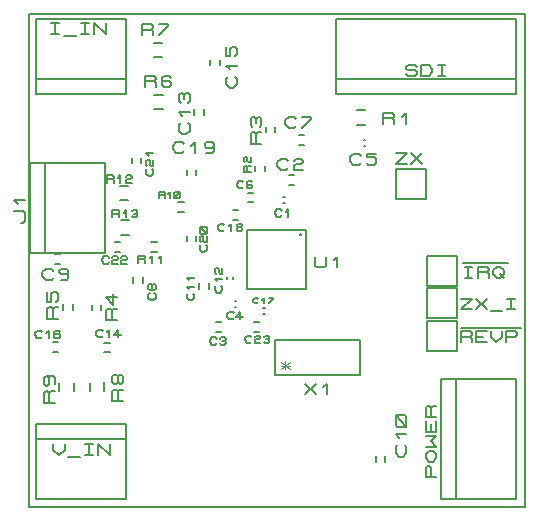
<source format=gto>
G04 PROTEUS RS274X GERBER FILE*
%FSLAX45Y45*%
%MOMM*%
G01*
%ADD11C,0.203200*%
%ADD27C,0.025400*%
%TD.AperFunction*%
D11*
X+241980Y-853580D02*
X+961980Y-853580D01*
X+961980Y-553580D01*
X+241980Y-553580D01*
X+241980Y-853580D01*
D27*
X+371980Y-803580D02*
X+291980Y-743580D01*
X+371980Y-743580D02*
X+291980Y-803580D01*
X+331980Y-803580D02*
X+331980Y-733580D01*
X+371980Y-773580D02*
X+291980Y-773580D01*
D11*
X+494980Y-924220D02*
X+590230Y-1015660D01*
X+494980Y-1015660D02*
X+590230Y-924220D01*
X+653730Y-954700D02*
X+685480Y-924220D01*
X+685480Y-1015660D01*
X+462922Y+340180D02*
X+462908Y+340524D01*
X+462791Y+341213D01*
X+462547Y+341902D01*
X+462148Y+342591D01*
X+461538Y+343270D01*
X+460849Y+343768D01*
X+460160Y+344085D01*
X+459471Y+344264D01*
X+458782Y+344322D01*
X+458780Y+344322D01*
X+454638Y+340180D02*
X+454652Y+340524D01*
X+454769Y+341213D01*
X+455013Y+341902D01*
X+455412Y+342591D01*
X+456022Y+343270D01*
X+456711Y+343768D01*
X+457400Y+344085D01*
X+458089Y+344264D01*
X+458778Y+344322D01*
X+458780Y+344322D01*
X+454638Y+340180D02*
X+454652Y+339836D01*
X+454769Y+339147D01*
X+455013Y+338458D01*
X+455412Y+337769D01*
X+456022Y+337090D01*
X+456711Y+336592D01*
X+457400Y+336275D01*
X+458089Y+336096D01*
X+458778Y+336038D01*
X+458780Y+336038D01*
X+462922Y+340180D02*
X+462908Y+339836D01*
X+462791Y+339147D01*
X+462547Y+338458D01*
X+462148Y+337769D01*
X+461538Y+337090D01*
X+460849Y+336592D01*
X+460160Y+336275D01*
X+459471Y+336096D01*
X+458782Y+336038D01*
X+458780Y+336038D01*
X+8780Y-119820D02*
X+508780Y-119820D01*
X+508780Y+380180D01*
X+8780Y+380180D01*
X+8780Y-119820D01*
X+581360Y+151580D02*
X+581360Y+75380D01*
X+597235Y+60140D01*
X+660735Y+60140D01*
X+676610Y+75380D01*
X+676610Y+151580D01*
X+740110Y+121100D02*
X+771860Y+151580D01*
X+771860Y+60140D01*
X+326740Y+601420D02*
X+314040Y+601420D01*
X+326740Y+652220D02*
X+314040Y+652220D01*
X+298770Y+500620D02*
X+289245Y+490460D01*
X+260670Y+490460D01*
X+241620Y+510780D01*
X+241620Y+531100D01*
X+260670Y+551420D01*
X+289245Y+551420D01*
X+298770Y+541260D01*
X+336870Y+531100D02*
X+355920Y+551420D01*
X+355920Y+490460D01*
X-1839040Y-1971900D02*
X+2360960Y-1971900D01*
X+2360960Y+2208100D01*
X-1839040Y+2208100D01*
X-1839040Y-1971900D01*
X-1778000Y-1905000D02*
X-1016000Y-1905000D01*
X-1016000Y-1270000D01*
X-1778000Y-1270000D01*
X-1778000Y-1905000D01*
X-1778000Y-1397000D02*
X-1016000Y-1397000D01*
X-1633220Y-1437640D02*
X-1633220Y-1483360D01*
X-1585595Y-1529080D01*
X-1537970Y-1483360D01*
X-1537970Y-1437640D01*
X-1506220Y-1544320D02*
X-1410970Y-1544320D01*
X-1363345Y-1437640D02*
X-1299845Y-1437640D01*
X-1331595Y-1437640D02*
X-1331595Y-1529080D01*
X-1363345Y-1529080D02*
X-1299845Y-1529080D01*
X-1252220Y-1529080D02*
X-1252220Y-1437640D01*
X-1156970Y-1529080D01*
X-1156970Y-1437640D01*
X+1651000Y-1905000D02*
X+2286000Y-1905000D01*
X+2286000Y-889000D01*
X+1651000Y-889000D01*
X+1651000Y-1905000D01*
X+1778000Y-1905000D02*
X+1778000Y-889000D01*
X+1610360Y-1714500D02*
X+1518920Y-1714500D01*
X+1518920Y-1635125D01*
X+1534160Y-1619250D01*
X+1549400Y-1619250D01*
X+1564640Y-1635125D01*
X+1564640Y-1714500D01*
X+1549400Y-1587500D02*
X+1518920Y-1555750D01*
X+1518920Y-1524000D01*
X+1549400Y-1492250D01*
X+1579880Y-1492250D01*
X+1610360Y-1524000D01*
X+1610360Y-1555750D01*
X+1579880Y-1587500D01*
X+1549400Y-1587500D01*
X+1518920Y-1460500D02*
X+1610360Y-1460500D01*
X+1564640Y-1412875D01*
X+1610360Y-1365250D01*
X+1518920Y-1365250D01*
X+1610360Y-1238250D02*
X+1610360Y-1333500D01*
X+1518920Y-1333500D01*
X+1518920Y-1238250D01*
X+1564640Y-1333500D02*
X+1564640Y-1270000D01*
X+1610360Y-1206500D02*
X+1518920Y-1206500D01*
X+1518920Y-1127125D01*
X+1534160Y-1111250D01*
X+1549400Y-1111250D01*
X+1564640Y-1127125D01*
X+1564640Y-1206500D01*
X+1564640Y-1127125D02*
X+1579880Y-1111250D01*
X+1610360Y-1111250D01*
X+762000Y+1524000D02*
X+2286000Y+1524000D01*
X+2286000Y+2159000D01*
X+762000Y+2159000D01*
X+762000Y+1524000D01*
X+2286000Y+1651000D02*
X+762000Y+1651000D01*
X+1353500Y+1697160D02*
X+1369375Y+1681920D01*
X+1432875Y+1681920D01*
X+1448750Y+1697160D01*
X+1448750Y+1712400D01*
X+1432875Y+1727640D01*
X+1369375Y+1727640D01*
X+1353500Y+1742880D01*
X+1353500Y+1758120D01*
X+1369375Y+1773360D01*
X+1432875Y+1773360D01*
X+1448750Y+1758120D01*
X+1480500Y+1681920D02*
X+1480500Y+1773360D01*
X+1544000Y+1773360D01*
X+1575750Y+1742880D01*
X+1575750Y+1712400D01*
X+1544000Y+1681920D01*
X+1480500Y+1681920D01*
X+1623375Y+1773360D02*
X+1686875Y+1773360D01*
X+1655125Y+1773360D02*
X+1655125Y+1681920D01*
X+1623375Y+1681920D02*
X+1686875Y+1681920D01*
X-1778000Y+1524000D02*
X-1016000Y+1524000D01*
X-1016000Y+2159000D01*
X-1778000Y+2159000D01*
X-1778000Y+1524000D01*
X-1016000Y+1651000D02*
X-1778000Y+1651000D01*
X-1650365Y+2125980D02*
X-1586865Y+2125980D01*
X-1618615Y+2125980D02*
X-1618615Y+2034540D01*
X-1650365Y+2034540D02*
X-1586865Y+2034540D01*
X-1539240Y+2019300D02*
X-1443990Y+2019300D01*
X-1396365Y+2125980D02*
X-1332865Y+2125980D01*
X-1364615Y+2125980D02*
X-1364615Y+2034540D01*
X-1396365Y+2034540D02*
X-1332865Y+2034540D01*
X-1285240Y+2034540D02*
X-1285240Y+2125980D01*
X-1189990Y+2034540D01*
X-1189990Y+2125980D01*
X-777240Y+1521460D02*
X-708660Y+1521460D01*
X-777240Y+1399540D02*
X-706120Y+1399540D01*
X-856300Y+1590000D02*
X-856300Y+1681440D01*
X-776925Y+1681440D01*
X-761050Y+1666200D01*
X-761050Y+1650960D01*
X-776925Y+1635720D01*
X-856300Y+1635720D01*
X-776925Y+1635720D02*
X-761050Y+1620480D01*
X-761050Y+1590000D01*
X-634050Y+1666200D02*
X-649925Y+1681440D01*
X-697550Y+1681440D01*
X-713425Y+1666200D01*
X-713425Y+1605240D01*
X-697550Y+1590000D01*
X-649925Y+1590000D01*
X-634050Y+1605240D01*
X-634050Y+1620480D01*
X-649925Y+1635720D01*
X-713425Y+1635720D01*
X-782320Y+1963420D02*
X-713740Y+1963420D01*
X-782320Y+1841500D02*
X-711200Y+1841500D01*
X-883920Y+2026920D02*
X-883920Y+2118360D01*
X-804545Y+2118360D01*
X-788670Y+2103120D01*
X-788670Y+2087880D01*
X-804545Y+2072640D01*
X-883920Y+2072640D01*
X-804545Y+2072640D02*
X-788670Y+2057400D01*
X-788670Y+2026920D01*
X-741045Y+2118360D02*
X-661670Y+2118360D01*
X-661670Y+2103120D01*
X-741045Y+2026920D01*
X-439420Y+1353820D02*
X-439420Y+1399540D01*
X-358140Y+1353820D02*
X-358140Y+1399540D01*
X-495300Y+1281430D02*
X-480060Y+1265555D01*
X-480060Y+1217930D01*
X-510540Y+1186180D01*
X-541020Y+1186180D01*
X-571500Y+1217930D01*
X-571500Y+1265555D01*
X-556260Y+1281430D01*
X-541020Y+1344930D02*
X-571500Y+1376680D01*
X-480060Y+1376680D01*
X-556260Y+1456055D02*
X-571500Y+1471930D01*
X-571500Y+1519555D01*
X-556260Y+1535430D01*
X-541020Y+1535430D01*
X-525780Y+1519555D01*
X-510540Y+1535430D01*
X-495300Y+1535430D01*
X-480060Y+1519555D01*
X-480060Y+1471930D01*
X-495300Y+1456055D01*
X-525780Y+1487805D02*
X-525780Y+1519555D01*
X-226060Y+1818640D02*
X-226060Y+1772920D01*
X-307340Y+1818640D02*
X-307340Y+1772920D01*
X-93360Y+1673910D02*
X-78120Y+1658035D01*
X-78120Y+1610410D01*
X-108600Y+1578660D01*
X-139080Y+1578660D01*
X-169560Y+1610410D01*
X-169560Y+1658035D01*
X-154320Y+1673910D01*
X-139080Y+1737410D02*
X-169560Y+1769160D01*
X-78120Y+1769160D01*
X-169560Y+1927910D02*
X-169560Y+1848535D01*
X-139080Y+1848535D01*
X-139080Y+1912035D01*
X-123840Y+1927910D01*
X-93360Y+1927910D01*
X-78120Y+1912035D01*
X-78120Y+1864410D01*
X-93360Y+1848535D01*
X+73660Y+876300D02*
X+73660Y+922020D01*
X+154940Y+876300D02*
X+154940Y+922020D01*
X+39760Y+864940D02*
X-21200Y+864940D01*
X-21200Y+912565D01*
X-11040Y+922090D01*
X-880Y+922090D01*
X+9280Y+912565D01*
X+9280Y+864940D01*
X+9280Y+912565D02*
X+19440Y+922090D01*
X+39760Y+922090D01*
X-11040Y+950665D02*
X-21200Y+960190D01*
X-21200Y+988765D01*
X-11040Y+998290D01*
X-880Y+998290D01*
X+9280Y+988765D01*
X+9280Y+960190D01*
X+19440Y+950665D01*
X+39760Y+950665D01*
X+39760Y+998290D01*
X+165100Y+1203960D02*
X+165100Y+1249680D01*
X+246380Y+1203960D02*
X+246380Y+1249680D01*
X+128940Y+1107440D02*
X+37500Y+1107440D01*
X+37500Y+1186815D01*
X+52740Y+1202690D01*
X+67980Y+1202690D01*
X+83220Y+1186815D01*
X+83220Y+1107440D01*
X+83220Y+1186815D02*
X+98460Y+1202690D01*
X+128940Y+1202690D01*
X+52740Y+1250315D02*
X+37500Y+1266190D01*
X+37500Y+1313815D01*
X+52740Y+1329690D01*
X+67980Y+1329690D01*
X+83220Y+1313815D01*
X+98460Y+1329690D01*
X+113700Y+1329690D01*
X+128940Y+1313815D01*
X+128940Y+1266190D01*
X+113700Y+1250315D01*
X+83220Y+1282065D02*
X+83220Y+1313815D01*
X-1325880Y-985520D02*
X-1325880Y-916940D01*
X-1203960Y-985520D02*
X-1203960Y-914400D01*
X-1041400Y-1069340D02*
X-1132840Y-1069340D01*
X-1132840Y-989965D01*
X-1117600Y-974090D01*
X-1102360Y-974090D01*
X-1087120Y-989965D01*
X-1087120Y-1069340D01*
X-1087120Y-989965D02*
X-1071880Y-974090D01*
X-1041400Y-974090D01*
X-1087120Y-910590D02*
X-1102360Y-926465D01*
X-1117600Y-926465D01*
X-1132840Y-910590D01*
X-1132840Y-862965D01*
X-1117600Y-847090D01*
X-1102360Y-847090D01*
X-1087120Y-862965D01*
X-1087120Y-910590D01*
X-1071880Y-926465D01*
X-1056640Y-926465D01*
X-1041400Y-910590D01*
X-1041400Y-862965D01*
X-1056640Y-847090D01*
X-1071880Y-847090D01*
X-1087120Y-862965D01*
X-1582420Y-990600D02*
X-1582420Y-922020D01*
X-1460500Y-990600D02*
X-1460500Y-919480D01*
X-1623060Y-1084580D02*
X-1714500Y-1084580D01*
X-1714500Y-1005205D01*
X-1699260Y-989330D01*
X-1684020Y-989330D01*
X-1668780Y-1005205D01*
X-1668780Y-1084580D01*
X-1668780Y-1005205D02*
X-1653540Y-989330D01*
X-1623060Y-989330D01*
X-1684020Y-862330D02*
X-1668780Y-878205D01*
X-1668780Y-925830D01*
X-1684020Y-941705D01*
X-1699260Y-941705D01*
X-1714500Y-925830D01*
X-1714500Y-878205D01*
X-1699260Y-862330D01*
X-1638300Y-862330D01*
X-1623060Y-878205D01*
X-1623060Y-925830D01*
X-1201420Y-576580D02*
X-1155700Y-576580D01*
X-1201420Y-657860D02*
X-1155700Y-657860D01*
X-1215710Y-520540D02*
X-1225235Y-530700D01*
X-1253810Y-530700D01*
X-1272860Y-510380D01*
X-1272860Y-490060D01*
X-1253810Y-469740D01*
X-1225235Y-469740D01*
X-1215710Y-479900D01*
X-1177610Y-490060D02*
X-1158560Y-469740D01*
X-1158560Y-530700D01*
X-1063310Y-510380D02*
X-1120460Y-510380D01*
X-1082360Y-469740D01*
X-1082360Y-530700D01*
X-1635760Y-571500D02*
X-1590040Y-571500D01*
X-1635760Y-652780D02*
X-1590040Y-652780D01*
X-1730050Y-525460D02*
X-1739575Y-535620D01*
X-1768150Y-535620D01*
X-1787200Y-515300D01*
X-1787200Y-494980D01*
X-1768150Y-474660D01*
X-1739575Y-474660D01*
X-1730050Y-484820D01*
X-1691950Y-494980D02*
X-1672900Y-474660D01*
X-1672900Y-535620D01*
X-1577650Y-484820D02*
X-1587175Y-474660D01*
X-1615750Y-474660D01*
X-1625275Y-484820D01*
X-1625275Y-525460D01*
X-1615750Y-535620D01*
X-1587175Y-535620D01*
X-1577650Y-525460D01*
X-1577650Y-515300D01*
X-1587175Y-505140D01*
X-1625275Y-505140D01*
X-1226820Y-259080D02*
X-1226820Y-304800D01*
X-1308100Y-259080D02*
X-1308100Y-304800D01*
X-1094740Y-384180D02*
X-1186180Y-384180D01*
X-1186180Y-304805D01*
X-1170940Y-288930D01*
X-1155700Y-288930D01*
X-1140460Y-304805D01*
X-1140460Y-384180D01*
X-1140460Y-304805D02*
X-1125220Y-288930D01*
X-1094740Y-288930D01*
X-1125220Y-161930D02*
X-1125220Y-257180D01*
X-1186180Y-193680D01*
X-1094740Y-193680D01*
X-1470660Y-251460D02*
X-1470660Y-297180D01*
X-1551940Y-251460D02*
X-1551940Y-297180D01*
X-1591959Y-373700D02*
X-1683399Y-373700D01*
X-1683399Y-294325D01*
X-1668159Y-278450D01*
X-1652919Y-278450D01*
X-1637679Y-294325D01*
X-1637679Y-373700D01*
X-1637679Y-294325D02*
X-1622439Y-278450D01*
X-1591959Y-278450D01*
X-1683399Y-151450D02*
X-1683399Y-230825D01*
X-1652919Y-230825D01*
X-1652919Y-167325D01*
X-1637679Y-151450D01*
X-1607199Y-151450D01*
X-1591959Y-167325D01*
X-1591959Y-214950D01*
X-1607199Y-230825D01*
X+1008380Y+1267460D02*
X+939800Y+1267460D01*
X+1008380Y+1389380D02*
X+937260Y+1389380D01*
X+1158360Y+1275380D02*
X+1158360Y+1366820D01*
X+1237735Y+1366820D01*
X+1253610Y+1351580D01*
X+1253610Y+1336340D01*
X+1237735Y+1321100D01*
X+1158360Y+1321100D01*
X+1237735Y+1321100D02*
X+1253610Y+1305860D01*
X+1253610Y+1275380D01*
X+1317110Y+1336340D02*
X+1348860Y+1366820D01*
X+1348860Y+1275380D01*
X+993140Y+1135380D02*
X+1005840Y+1135380D01*
X+993140Y+1084580D02*
X+1005840Y+1084580D01*
X+971390Y+944880D02*
X+955515Y+929640D01*
X+907890Y+929640D01*
X+876140Y+960120D01*
X+876140Y+990600D01*
X+907890Y+1021080D01*
X+955515Y+1021080D01*
X+971390Y+1005840D01*
X+1098390Y+1021080D02*
X+1019015Y+1021080D01*
X+1019015Y+990600D01*
X+1082515Y+990600D01*
X+1098390Y+975360D01*
X+1098390Y+944880D01*
X+1082515Y+929640D01*
X+1034890Y+929640D01*
X+1019015Y+944880D01*
X-256440Y-406240D02*
X-210720Y-406240D01*
X-256440Y-487520D02*
X-210720Y-487520D01*
X-251510Y-583840D02*
X-261035Y-594000D01*
X-289610Y-594000D01*
X-308660Y-573680D01*
X-308660Y-553360D01*
X-289610Y-533040D01*
X-261035Y-533040D01*
X-251510Y-543200D01*
X-222935Y-543200D02*
X-213410Y-533040D01*
X-184835Y-533040D01*
X-175310Y-543200D01*
X-175310Y-553360D01*
X-184835Y-563520D01*
X-175310Y-573680D01*
X-175310Y-583840D01*
X-184835Y-594000D01*
X-213410Y-594000D01*
X-222935Y-583840D01*
X-203885Y-563520D02*
X-184835Y-563520D01*
X-86360Y-274320D02*
X-99060Y-274320D01*
X-86360Y-223520D02*
X-99060Y-223520D01*
X-106251Y-369240D02*
X-115776Y-379400D01*
X-144351Y-379400D01*
X-163401Y-359080D01*
X-163401Y-338760D01*
X-144351Y-318440D01*
X-115776Y-318440D01*
X-106251Y-328600D01*
X-30051Y-359080D02*
X-87201Y-359080D01*
X-49101Y-318440D01*
X-49101Y-379400D01*
X+360540Y+842020D02*
X+406260Y+842020D01*
X+360540Y+760740D02*
X+406260Y+760740D01*
X+354558Y+903373D02*
X+338683Y+888133D01*
X+291058Y+888133D01*
X+259308Y+918613D01*
X+259308Y+949093D01*
X+291058Y+979573D01*
X+338683Y+979573D01*
X+354558Y+964333D01*
X+402183Y+964333D02*
X+418058Y+979573D01*
X+465683Y+979573D01*
X+481558Y+964333D01*
X+481558Y+949093D01*
X+465683Y+933853D01*
X+418058Y+933853D01*
X+402183Y+918613D01*
X+402183Y+888133D01*
X+481558Y+888133D01*
X+12700Y+693420D02*
X+58420Y+693420D01*
X+12700Y+612140D02*
X+58420Y+612140D01*
X-23490Y+739460D02*
X-33015Y+729300D01*
X-61590Y+729300D01*
X-80640Y+749620D01*
X-80640Y+769940D01*
X-61590Y+790260D01*
X-33015Y+790260D01*
X-23490Y+780100D01*
X+52710Y+780100D02*
X+43185Y+790260D01*
X+14610Y+790260D01*
X+5085Y+780100D01*
X+5085Y+739460D01*
X+14610Y+729300D01*
X+43185Y+729300D01*
X+52710Y+739460D01*
X+52710Y+749620D01*
X+43185Y+759780D01*
X+5085Y+759780D01*
X+490220Y+1099820D02*
X+444500Y+1099820D01*
X+490220Y+1181100D02*
X+444500Y+1181100D01*
X+423850Y+1258520D02*
X+407975Y+1243280D01*
X+360350Y+1243280D01*
X+328600Y+1273760D01*
X+328600Y+1304240D01*
X+360350Y+1334720D01*
X+407975Y+1334720D01*
X+423850Y+1319480D01*
X+471475Y+1334720D02*
X+550850Y+1334720D01*
X+550850Y+1319480D01*
X+471475Y+1243280D01*
X-873760Y-25400D02*
X-873760Y-71120D01*
X-955040Y-25400D02*
X-955040Y-71120D01*
X-777080Y-157310D02*
X-766920Y-166835D01*
X-766920Y-195410D01*
X-787240Y-214460D01*
X-807560Y-214460D01*
X-827880Y-195410D01*
X-827880Y-166835D01*
X-817720Y-157310D01*
X-797400Y-119210D02*
X-807560Y-128735D01*
X-817720Y-128735D01*
X-827880Y-119210D01*
X-827880Y-90635D01*
X-817720Y-81110D01*
X-807560Y-81110D01*
X-797400Y-90635D01*
X-797400Y-119210D01*
X-787240Y-128735D01*
X-777080Y-128735D01*
X-766920Y-119210D01*
X-766920Y-90635D01*
X-777080Y-81110D01*
X-787240Y-81110D01*
X-797400Y-90635D01*
X-1577340Y+88900D02*
X-1623060Y+88900D01*
X-1577340Y+170180D02*
X-1623060Y+170180D01*
X-1631950Y-27940D02*
X-1647825Y-43180D01*
X-1695450Y-43180D01*
X-1727200Y-12700D01*
X-1727200Y+17780D01*
X-1695450Y+48260D01*
X-1647825Y+48260D01*
X-1631950Y+33020D01*
X-1504950Y+17780D02*
X-1520825Y+2540D01*
X-1568450Y+2540D01*
X-1584325Y+17780D01*
X-1584325Y+33020D01*
X-1568450Y+48260D01*
X-1520825Y+48260D01*
X-1504950Y+33020D01*
X-1504950Y-27940D01*
X-1520825Y-43180D01*
X-1568450Y-43180D01*
X+1178400Y-1540519D02*
X+1178400Y-1586239D01*
X+1097120Y-1540519D02*
X+1097120Y-1586239D01*
X+1340320Y-1445929D02*
X+1355560Y-1461804D01*
X+1355560Y-1509429D01*
X+1325080Y-1541179D01*
X+1294600Y-1541179D01*
X+1264120Y-1509429D01*
X+1264120Y-1461804D01*
X+1279360Y-1445929D01*
X+1294600Y-1382429D02*
X+1264120Y-1350679D01*
X+1355560Y-1350679D01*
X+1340320Y-1287179D02*
X+1279360Y-1287179D01*
X+1264120Y-1271304D01*
X+1264120Y-1207804D01*
X+1279360Y-1191929D01*
X+1340320Y-1191929D01*
X+1355560Y-1207804D01*
X+1355560Y-1271304D01*
X+1340320Y-1287179D01*
X+1355560Y-1287179D02*
X+1264120Y-1191929D01*
X-316080Y-75761D02*
X-316080Y-121481D01*
X-397360Y-75761D02*
X-397360Y-121481D01*
X-452460Y-161811D02*
X-442300Y-171336D01*
X-442300Y-199911D01*
X-462620Y-218961D01*
X-482940Y-218961D01*
X-503260Y-199911D01*
X-503260Y-171336D01*
X-493100Y-161811D01*
X-482940Y-123711D02*
X-503260Y-104661D01*
X-442300Y-104661D01*
X-482940Y-47511D02*
X-503260Y-28461D01*
X-442300Y-28461D01*
X-111760Y-25400D02*
X-111760Y-38100D01*
X-162560Y-25400D02*
X-162560Y-38100D01*
X-213520Y-97310D02*
X-203360Y-106835D01*
X-203360Y-135410D01*
X-223680Y-154460D01*
X-244000Y-154460D01*
X-264320Y-135410D01*
X-264320Y-106835D01*
X-254160Y-97310D01*
X-244000Y-59210D02*
X-264320Y-40160D01*
X-203360Y-40160D01*
X-254160Y+7465D02*
X-264320Y+16990D01*
X-264320Y+45565D01*
X-254160Y+55090D01*
X-244000Y+55090D01*
X-233840Y+45565D01*
X-233840Y+16990D01*
X-223680Y+7465D01*
X-203360Y+7465D01*
X-203360Y+55090D01*
X+142240Y-284480D02*
X+154940Y-284480D01*
X+142240Y-335280D02*
X+154940Y-335280D01*
X+102035Y-236860D02*
X+94097Y-244480D01*
X+70285Y-244480D01*
X+54410Y-229240D01*
X+54410Y-214000D01*
X+70285Y-198760D01*
X+94097Y-198760D01*
X+102035Y-206380D01*
X+133785Y-214000D02*
X+149660Y-198760D01*
X+149660Y-244480D01*
X+189347Y-198760D02*
X+229035Y-198760D01*
X+229035Y-206380D01*
X+189347Y-244480D01*
X-66040Y+464820D02*
X-111760Y+464820D01*
X-66040Y+546100D02*
X-111760Y+546100D01*
X-186050Y+378140D02*
X-195575Y+367980D01*
X-224150Y+367980D01*
X-243200Y+388300D01*
X-243200Y+408620D01*
X-224150Y+428940D01*
X-195575Y+428940D01*
X-186050Y+418780D01*
X-147950Y+408620D02*
X-128900Y+428940D01*
X-128900Y+367980D01*
X-71750Y+398460D02*
X-81275Y+408620D01*
X-81275Y+418780D01*
X-71750Y+428940D01*
X-43175Y+428940D01*
X-33650Y+418780D01*
X-33650Y+408620D01*
X-43175Y+398460D01*
X-71750Y+398460D01*
X-81275Y+388300D01*
X-81275Y+378140D01*
X-71750Y+367980D01*
X-43175Y+367980D01*
X-33650Y+378140D01*
X-33650Y+388300D01*
X-43175Y+398460D01*
X-505460Y+840740D02*
X-505460Y+886460D01*
X-424180Y+840740D02*
X-424180Y+886460D01*
X-527070Y+1043120D02*
X-542945Y+1027880D01*
X-590570Y+1027880D01*
X-622320Y+1058360D01*
X-622320Y+1088840D01*
X-590570Y+1119320D01*
X-542945Y+1119320D01*
X-527070Y+1104080D01*
X-463570Y+1088840D02*
X-431820Y+1119320D01*
X-431820Y+1027880D01*
X-273070Y+1088840D02*
X-288945Y+1073600D01*
X-336570Y+1073600D01*
X-352445Y+1088840D01*
X-352445Y+1104080D01*
X-336570Y+1119320D01*
X-288945Y+1119320D01*
X-273070Y+1104080D01*
X-273070Y+1043120D01*
X-288945Y+1027880D01*
X-336570Y+1027880D01*
X-421640Y+325120D02*
X-421640Y+279400D01*
X-502920Y+325120D02*
X-502920Y+279400D01*
X-344800Y+247650D02*
X-334640Y+238125D01*
X-334640Y+209550D01*
X-354960Y+190500D01*
X-375280Y+190500D01*
X-395600Y+209550D01*
X-395600Y+238125D01*
X-385440Y+247650D01*
X-385440Y+276225D02*
X-395600Y+285750D01*
X-395600Y+314325D01*
X-385440Y+323850D01*
X-375280Y+323850D01*
X-365120Y+314325D01*
X-365120Y+285750D01*
X-354960Y+276225D01*
X-334640Y+276225D01*
X-334640Y+323850D01*
X-344800Y+342900D02*
X-385440Y+342900D01*
X-395600Y+352425D01*
X-395600Y+390525D01*
X-385440Y+400050D01*
X-344800Y+400050D01*
X-334640Y+390525D01*
X-334640Y+352425D01*
X-344800Y+342900D01*
X-334640Y+342900D02*
X-395600Y+400050D01*
X-528320Y+528320D02*
X-574040Y+528320D01*
X-528320Y+609600D02*
X-574040Y+609600D01*
X-738931Y+651200D02*
X-738931Y+696920D01*
X-699244Y+696920D01*
X-691306Y+689300D01*
X-691306Y+681680D01*
X-699244Y+674060D01*
X-738931Y+674060D01*
X-699244Y+674060D02*
X-691306Y+666440D01*
X-691306Y+651200D01*
X-659556Y+681680D02*
X-643681Y+696920D01*
X-643681Y+651200D01*
X-611931Y+658820D02*
X-611931Y+689300D01*
X-603994Y+696920D01*
X-572244Y+696920D01*
X-564306Y+689300D01*
X-564306Y+658820D01*
X-572244Y+651200D01*
X-603994Y+651200D01*
X-611931Y+658820D01*
X-611931Y+651200D02*
X-564306Y+696920D01*
X-756860Y+193720D02*
X-802580Y+193720D01*
X-756860Y+275000D02*
X-802580Y+275000D01*
X-914020Y+96880D02*
X-914020Y+157840D01*
X-866395Y+157840D01*
X-856870Y+147680D01*
X-856870Y+137520D01*
X-866395Y+127360D01*
X-914020Y+127360D01*
X-866395Y+127360D02*
X-856870Y+117200D01*
X-856870Y+96880D01*
X-818770Y+137520D02*
X-799720Y+157840D01*
X-799720Y+96880D01*
X-742570Y+137520D02*
X-723520Y+157840D01*
X-723520Y+96880D01*
X-970280Y+939800D02*
X-970280Y+985520D01*
X-889000Y+939800D02*
X-889000Y+985520D01*
X-796620Y+891110D02*
X-786460Y+881585D01*
X-786460Y+853010D01*
X-806780Y+833960D01*
X-827100Y+833960D01*
X-847420Y+853010D01*
X-847420Y+881585D01*
X-837260Y+891110D01*
X-837260Y+919685D02*
X-847420Y+929210D01*
X-847420Y+957785D01*
X-837260Y+967310D01*
X-827100Y+967310D01*
X-816940Y+957785D01*
X-816940Y+929210D01*
X-806780Y+919685D01*
X-786460Y+919685D01*
X-786460Y+967310D01*
X-827100Y+1005410D02*
X-847420Y+1024460D01*
X-786460Y+1024460D01*
X-1111240Y+274320D02*
X-1065520Y+274320D01*
X-1111240Y+193040D02*
X-1065520Y+193040D01*
X-1162990Y+102540D02*
X-1172515Y+92380D01*
X-1201090Y+92380D01*
X-1220140Y+112700D01*
X-1220140Y+133020D01*
X-1201090Y+153340D01*
X-1172515Y+153340D01*
X-1162990Y+143180D01*
X-1134415Y+143180D02*
X-1124890Y+153340D01*
X-1096315Y+153340D01*
X-1086790Y+143180D01*
X-1086790Y+133020D01*
X-1096315Y+122860D01*
X-1124890Y+122860D01*
X-1134415Y+112700D01*
X-1134415Y+92380D01*
X-1086790Y+92380D01*
X-1058215Y+143180D02*
X-1048690Y+153340D01*
X-1020115Y+153340D01*
X-1010590Y+143180D01*
X-1010590Y+133020D01*
X-1020115Y+122860D01*
X-1048690Y+122860D01*
X-1058215Y+112700D01*
X-1058215Y+92380D01*
X-1010590Y+92380D01*
X-1069340Y+751840D02*
X-1000760Y+751840D01*
X-1069340Y+629920D02*
X-998220Y+629920D01*
X-1180620Y+777720D02*
X-1180620Y+838680D01*
X-1132995Y+838680D01*
X-1123470Y+828520D01*
X-1123470Y+818360D01*
X-1132995Y+808200D01*
X-1180620Y+808200D01*
X-1132995Y+808200D02*
X-1123470Y+798040D01*
X-1123470Y+777720D01*
X-1085370Y+818360D02*
X-1066320Y+838680D01*
X-1066320Y+777720D01*
X-1018695Y+828520D02*
X-1009170Y+838680D01*
X-980595Y+838680D01*
X-971070Y+828520D01*
X-971070Y+818360D01*
X-980595Y+808200D01*
X-1009170Y+808200D01*
X-1018695Y+798040D01*
X-1018695Y+777720D01*
X-971070Y+777720D01*
X-1061720Y+457840D02*
X-993140Y+457840D01*
X-1061720Y+335920D02*
X-990600Y+335920D01*
X-1133000Y+483720D02*
X-1133000Y+544680D01*
X-1085375Y+544680D01*
X-1075850Y+534520D01*
X-1075850Y+524360D01*
X-1085375Y+514200D01*
X-1133000Y+514200D01*
X-1085375Y+514200D02*
X-1075850Y+504040D01*
X-1075850Y+483720D01*
X-1037750Y+524360D02*
X-1018700Y+544680D01*
X-1018700Y+483720D01*
X-971075Y+534520D02*
X-961550Y+544680D01*
X-932975Y+544680D01*
X-923450Y+534520D01*
X-923450Y+524360D01*
X-932975Y+514200D01*
X-923450Y+504040D01*
X-923450Y+493880D01*
X-932975Y+483720D01*
X-961550Y+483720D01*
X-971075Y+493880D01*
X-952025Y+514200D02*
X-932975Y+514200D01*
X-1833880Y+185420D02*
X-1198880Y+185420D01*
X-1198880Y+947420D01*
X-1833880Y+947420D01*
X-1833880Y+185420D01*
X-1706880Y+185420D02*
X-1706880Y+947420D01*
X-1905000Y+439420D02*
X-1889760Y+439420D01*
X-1874520Y+455295D01*
X-1874520Y+518795D01*
X-1889760Y+534670D01*
X-1965960Y+534670D01*
X-1935480Y+598170D02*
X-1965960Y+629920D01*
X-1874520Y+629920D01*
X+1270000Y+642620D02*
X+1524000Y+642620D01*
X+1524000Y+896620D01*
X+1270000Y+896620D01*
X+1270000Y+642620D01*
X+1270000Y+1028700D02*
X+1365250Y+1028700D01*
X+1270000Y+937260D01*
X+1365250Y+937260D01*
X+1397000Y+1028700D02*
X+1492250Y+937260D01*
X+1397000Y+937260D02*
X+1492250Y+1028700D01*
X+1534160Y-95540D02*
X+1788160Y-95540D01*
X+1788160Y+158460D01*
X+1534160Y+158460D01*
X+1534160Y-95540D01*
X+1849075Y+65780D02*
X+1912575Y+65780D01*
X+1880825Y+65780D02*
X+1880825Y-25660D01*
X+1849075Y-25660D02*
X+1912575Y-25660D01*
X+1960200Y-25660D02*
X+1960200Y+65780D01*
X+2039575Y+65780D01*
X+2055450Y+50540D01*
X+2055450Y+35300D01*
X+2039575Y+20060D01*
X+1960200Y+20060D01*
X+2039575Y+20060D02*
X+2055450Y+4820D01*
X+2055450Y-25660D01*
X+2087200Y+35300D02*
X+2118950Y+65780D01*
X+2150700Y+65780D01*
X+2182450Y+35300D01*
X+2182450Y+4820D01*
X+2150700Y-25660D01*
X+2118950Y-25660D01*
X+2087200Y+4820D01*
X+2087200Y+35300D01*
X+2150700Y+4820D02*
X+2182450Y-25660D01*
X+1833200Y+96260D02*
X+2214199Y+96260D01*
X+1531620Y-647700D02*
X+1785620Y-647700D01*
X+1785620Y-393700D01*
X+1531620Y-393700D01*
X+1531620Y-647700D01*
X+1814620Y-573060D02*
X+1814620Y-481620D01*
X+1893995Y-481620D01*
X+1909870Y-496860D01*
X+1909870Y-512100D01*
X+1893995Y-527340D01*
X+1814620Y-527340D01*
X+1893995Y-527340D02*
X+1909870Y-542580D01*
X+1909870Y-573060D01*
X+2036870Y-573060D02*
X+1941620Y-573060D01*
X+1941620Y-481620D01*
X+2036870Y-481620D01*
X+1941620Y-527340D02*
X+2005120Y-527340D01*
X+2068620Y-481620D02*
X+2068620Y-527340D01*
X+2116245Y-573060D01*
X+2163870Y-527340D01*
X+2163870Y-481620D01*
X+2195620Y-573060D02*
X+2195620Y-481620D01*
X+2274995Y-481620D01*
X+2290870Y-496860D01*
X+2290870Y-512100D01*
X+2274995Y-527340D01*
X+2195620Y-527340D01*
X+1814620Y-451140D02*
X+2322619Y-451140D01*
X+1531620Y-370840D02*
X+1785620Y-370840D01*
X+1785620Y-116840D01*
X+1531620Y-116840D01*
X+1531620Y-370840D01*
X+1814620Y-204760D02*
X+1909870Y-204760D01*
X+1814620Y-296200D01*
X+1909870Y-296200D01*
X+1941620Y-204760D02*
X+2036870Y-296200D01*
X+1941620Y-296200D02*
X+2036870Y-204760D01*
X+2068620Y-311440D02*
X+2163870Y-311440D01*
X+2211495Y-204760D02*
X+2274995Y-204760D01*
X+2243245Y-204760D02*
X+2243245Y-296200D01*
X+2211495Y-296200D02*
X+2274995Y-296200D01*
X+66040Y-403860D02*
X+111760Y-403860D01*
X+66040Y-485140D02*
X+111760Y-485140D01*
X+44130Y-567700D02*
X+34605Y-577860D01*
X+6030Y-577860D01*
X-13020Y-557540D01*
X-13020Y-537220D01*
X+6030Y-516900D01*
X+34605Y-516900D01*
X+44130Y-527060D01*
X+72705Y-527060D02*
X+82230Y-516900D01*
X+110805Y-516900D01*
X+120330Y-527060D01*
X+120330Y-537220D01*
X+110805Y-547380D01*
X+82230Y-547380D01*
X+72705Y-557540D01*
X+72705Y-577860D01*
X+120330Y-577860D01*
X+148905Y-527060D02*
X+158430Y-516900D01*
X+187005Y-516900D01*
X+196530Y-527060D01*
X+196530Y-537220D01*
X+187005Y-547380D01*
X+196530Y-557540D01*
X+196530Y-567700D01*
X+187005Y-577860D01*
X+158430Y-577860D01*
X+148905Y-567700D01*
X+167955Y-547380D02*
X+187005Y-547380D01*
M02*

</source>
